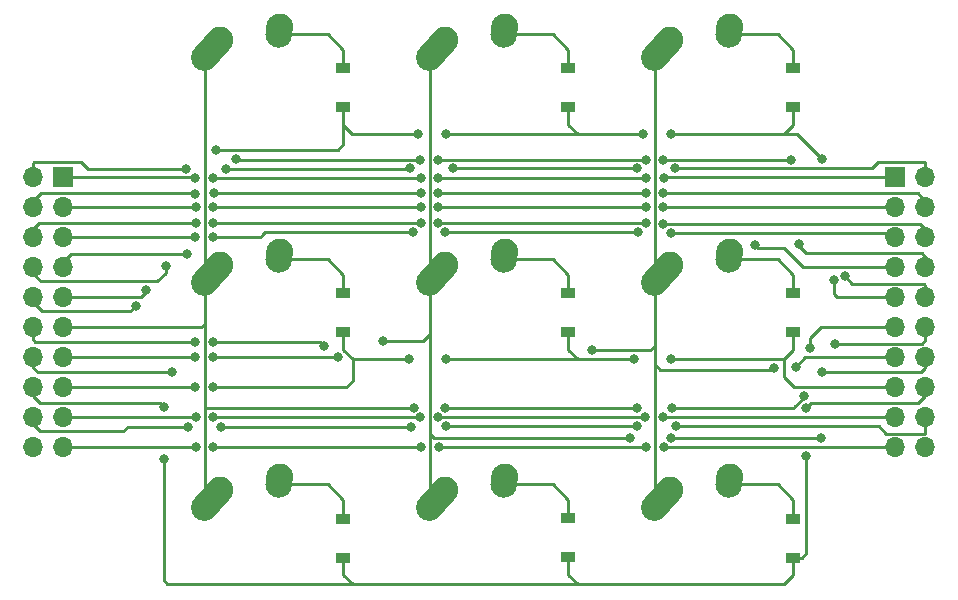
<source format=gtl>
%TF.GenerationSoftware,KiCad,Pcbnew,(6.0.9)*%
%TF.CreationDate,2023-03-10T16:46:27-06:00*%
%TF.ProjectId,Programmable Keys,50726f67-7261-46d6-9d61-626c65204b65,rev?*%
%TF.SameCoordinates,Original*%
%TF.FileFunction,Copper,L1,Top*%
%TF.FilePolarity,Positive*%
%FSLAX46Y46*%
G04 Gerber Fmt 4.6, Leading zero omitted, Abs format (unit mm)*
G04 Created by KiCad (PCBNEW (6.0.9)) date 2023-03-10 16:46:27*
%MOMM*%
%LPD*%
G01*
G04 APERTURE LIST*
G04 Aperture macros list*
%AMHorizOval*
0 Thick line with rounded ends*
0 $1 width*
0 $2 $3 position (X,Y) of the first rounded end (center of the circle)*
0 $4 $5 position (X,Y) of the second rounded end (center of the circle)*
0 Add line between two ends*
20,1,$1,$2,$3,$4,$5,0*
0 Add two circle primitives to create the rounded ends*
1,1,$1,$2,$3*
1,1,$1,$4,$5*%
G04 Aperture macros list end*
%TA.AperFunction,ComponentPad*%
%ADD10C,2.250000*%
%TD*%
%TA.AperFunction,ComponentPad*%
%ADD11HorizOval,2.250000X0.655001X0.730000X-0.655001X-0.730000X0*%
%TD*%
%TA.AperFunction,ComponentPad*%
%ADD12HorizOval,2.250000X0.020000X0.290000X-0.020000X-0.290000X0*%
%TD*%
%TA.AperFunction,SMDPad,CuDef*%
%ADD13R,1.200000X0.900000*%
%TD*%
%TA.AperFunction,ComponentPad*%
%ADD14R,1.700000X1.700000*%
%TD*%
%TA.AperFunction,ComponentPad*%
%ADD15O,1.700000X1.700000*%
%TD*%
%TA.AperFunction,ViaPad*%
%ADD16C,0.800000*%
%TD*%
%TA.AperFunction,Conductor*%
%ADD17C,0.250000*%
%TD*%
G04 APERTURE END LIST*
D10*
%TO.P,MX8,1,COL*%
%TO.N,COL9*%
X184031250Y-96012500D03*
D11*
X183376251Y-96742500D03*
D10*
%TO.P,MX8,2,ROW*%
%TO.N,Net-(D6-Pad2)*%
X189071250Y-94932500D03*
D12*
X189051250Y-95222500D03*
%TD*%
D13*
%TO.P,D3,1,K*%
%TO.N,ROW7*%
X175418750Y-101725000D03*
%TO.P,D3,2,A*%
%TO.N,Net-(D3-Pad2)*%
X175418750Y-98425000D03*
%TD*%
%TO.P,D9,1,K*%
%TO.N,ROW7*%
X213518750Y-101725000D03*
%TO.P,D9,2,A*%
%TO.N,Net-(D9-Pad2)*%
X213518750Y-98425000D03*
%TD*%
%TO.P,D1,1,K*%
%TO.N,ROW5*%
X175418750Y-63562500D03*
%TO.P,D1,2,A*%
%TO.N,Net-(D1-Pad2)*%
X175418750Y-60262500D03*
%TD*%
D14*
%TO.P,J2,1,Pin_1*%
%TO.N,+5V*%
X222156250Y-69537500D03*
D15*
%TO.P,J2,2,Pin_2*%
%TO.N,VCC*%
X224696250Y-69537500D03*
%TO.P,J2,3,Pin_3*%
%TO.N,COL0*%
X222156250Y-72077500D03*
%TO.P,J2,4,Pin_4*%
%TO.N,COL1*%
X224696250Y-72077500D03*
%TO.P,J2,5,Pin_5*%
%TO.N,COL2*%
X222156250Y-74617500D03*
%TO.P,J2,6,Pin_6*%
%TO.N,COL3*%
X224696250Y-74617500D03*
%TO.P,J2,7,Pin_7*%
%TO.N,COL4*%
X222156250Y-77157500D03*
%TO.P,J2,8,Pin_8*%
%TO.N,COL5*%
X224696250Y-77157500D03*
%TO.P,J2,9,Pin_9*%
%TO.N,COL6*%
X222156250Y-79697500D03*
%TO.P,J2,10,Pin_10*%
%TO.N,COL7*%
X224696250Y-79697500D03*
%TO.P,J2,11,Pin_11*%
%TO.N,COL8*%
X222156250Y-82237500D03*
%TO.P,J2,12,Pin_12*%
%TO.N,COL9*%
X224696250Y-82237500D03*
%TO.P,J2,13,Pin_13*%
%TO.N,COL10*%
X222156250Y-84777500D03*
%TO.P,J2,14,Pin_14*%
%TO.N,ROW5*%
X224696250Y-84777500D03*
%TO.P,J2,15,Pin_15*%
%TO.N,ROW6*%
X222156250Y-87317500D03*
%TO.P,J2,16,Pin_16*%
%TO.N,ROW7*%
X224696250Y-87317500D03*
%TO.P,J2,17,Pin_17*%
%TO.N,ROW8*%
X222156250Y-89857500D03*
%TO.P,J2,18,Pin_18*%
%TO.N,ROW9*%
X224696250Y-89857500D03*
%TO.P,J2,19,Pin_19*%
%TO.N,GND*%
X222156250Y-92397500D03*
%TO.P,J2,20,Pin_20*%
%TO.N,unconnected-(J2-Pad20)*%
X224696250Y-92397500D03*
%TD*%
D10*
%TO.P,MX1,1,COL*%
%TO.N,COL8*%
X164981250Y-57912500D03*
D11*
X164326251Y-58642500D03*
D10*
%TO.P,MX1,2,ROW*%
%TO.N,Net-(D1-Pad2)*%
X170021250Y-56832500D03*
D12*
X170001250Y-57122500D03*
%TD*%
D13*
%TO.P,D4,1,K*%
%TO.N,ROW5*%
X194468750Y-63562500D03*
%TO.P,D4,2,A*%
%TO.N,Net-(D4-Pad2)*%
X194468750Y-60262500D03*
%TD*%
%TO.P,D5,1,K*%
%TO.N,ROW6*%
X194468750Y-82612500D03*
%TO.P,D5,2,A*%
%TO.N,Net-(D5-Pad2)*%
X194468750Y-79312500D03*
%TD*%
%TO.P,D6,1,K*%
%TO.N,ROW7*%
X194468750Y-101662500D03*
%TO.P,D6,2,A*%
%TO.N,Net-(D6-Pad2)*%
X194468750Y-98362500D03*
%TD*%
D10*
%TO.P,MX9,1,COL*%
%TO.N,COL10*%
X203081250Y-96012500D03*
D11*
X202426251Y-96742500D03*
D12*
%TO.P,MX9,2,ROW*%
%TO.N,Net-(D9-Pad2)*%
X208101250Y-95222500D03*
D10*
X208121250Y-94932500D03*
%TD*%
%TO.P,MX4,1,COL*%
%TO.N,COL8*%
X164981250Y-76962500D03*
D11*
X164326251Y-77692500D03*
D10*
%TO.P,MX4,2,ROW*%
%TO.N,Net-(D2-Pad2)*%
X170021250Y-75882500D03*
D12*
X170001250Y-76172500D03*
%TD*%
D11*
%TO.P,MX3,1,COL*%
%TO.N,COL10*%
X202426251Y-58642500D03*
D10*
X203081250Y-57912500D03*
%TO.P,MX3,2,ROW*%
%TO.N,Net-(D7-Pad2)*%
X208121250Y-56832500D03*
D12*
X208101250Y-57122500D03*
%TD*%
D13*
%TO.P,D8,1,K*%
%TO.N,ROW6*%
X213518750Y-82612500D03*
%TO.P,D8,2,A*%
%TO.N,Net-(D8-Pad2)*%
X213518750Y-79312500D03*
%TD*%
D14*
%TO.P,J1,1,Pin_1*%
%TO.N,+5V*%
X151675000Y-69512500D03*
D15*
%TO.P,J1,2,Pin_2*%
%TO.N,VCC*%
X149135000Y-69512500D03*
%TO.P,J1,3,Pin_3*%
%TO.N,COL0*%
X151675000Y-72052500D03*
%TO.P,J1,4,Pin_4*%
%TO.N,COL1*%
X149135000Y-72052500D03*
%TO.P,J1,5,Pin_5*%
%TO.N,COL2*%
X151675000Y-74592500D03*
%TO.P,J1,6,Pin_6*%
%TO.N,COL3*%
X149135000Y-74592500D03*
%TO.P,J1,7,Pin_7*%
%TO.N,COL4*%
X151675000Y-77132500D03*
%TO.P,J1,8,Pin_8*%
%TO.N,COL5*%
X149135000Y-77132500D03*
%TO.P,J1,9,Pin_9*%
%TO.N,COL6*%
X151675000Y-79672500D03*
%TO.P,J1,10,Pin_10*%
%TO.N,COL7*%
X149135000Y-79672500D03*
%TO.P,J1,11,Pin_11*%
%TO.N,COL8*%
X151675000Y-82212500D03*
%TO.P,J1,12,Pin_12*%
%TO.N,COL9*%
X149135000Y-82212500D03*
%TO.P,J1,13,Pin_13*%
%TO.N,COL10*%
X151675000Y-84752500D03*
%TO.P,J1,14,Pin_14*%
%TO.N,ROW5*%
X149135000Y-84752500D03*
%TO.P,J1,15,Pin_15*%
%TO.N,ROW6*%
X151675000Y-87292500D03*
%TO.P,J1,16,Pin_16*%
%TO.N,ROW7*%
X149135000Y-87292500D03*
%TO.P,J1,17,Pin_17*%
%TO.N,ROW8*%
X151675000Y-89832500D03*
%TO.P,J1,18,Pin_18*%
%TO.N,ROW9*%
X149135000Y-89832500D03*
%TO.P,J1,19,Pin_19*%
%TO.N,GND*%
X151675000Y-92372500D03*
%TO.P,J1,20,Pin_20*%
%TO.N,unconnected-(J1-Pad20)*%
X149135000Y-92372500D03*
%TD*%
D13*
%TO.P,D7,1,K*%
%TO.N,ROW5*%
X213518750Y-63562500D03*
%TO.P,D7,2,A*%
%TO.N,Net-(D7-Pad2)*%
X213518750Y-60262500D03*
%TD*%
D10*
%TO.P,MX7,1,COL*%
%TO.N,COL8*%
X164981250Y-96012500D03*
D11*
X164326251Y-96742500D03*
D12*
%TO.P,MX7,2,ROW*%
%TO.N,Net-(D3-Pad2)*%
X170001250Y-95222500D03*
D10*
X170021250Y-94932500D03*
%TD*%
D11*
%TO.P,MX2,1,COL*%
%TO.N,COL9*%
X183376251Y-58642500D03*
D10*
X184031250Y-57912500D03*
D12*
%TO.P,MX2,2,ROW*%
%TO.N,Net-(D4-Pad2)*%
X189051250Y-57122500D03*
D10*
X189071250Y-56832500D03*
%TD*%
%TO.P,MX6,1,COL*%
%TO.N,COL10*%
X203081250Y-76962500D03*
D11*
X202426251Y-77692500D03*
D10*
%TO.P,MX6,2,ROW*%
%TO.N,Net-(D8-Pad2)*%
X208121250Y-75882500D03*
D12*
X208101250Y-76172500D03*
%TD*%
D10*
%TO.P,MX5,1,COL*%
%TO.N,COL9*%
X184031250Y-76962500D03*
D11*
X183376251Y-77692500D03*
D10*
%TO.P,MX5,2,ROW*%
%TO.N,Net-(D5-Pad2)*%
X189071250Y-75882500D03*
D12*
X189051250Y-76172500D03*
%TD*%
D13*
%TO.P,D2,1,K*%
%TO.N,ROW6*%
X175418750Y-82612500D03*
%TO.P,D2,2,A*%
%TO.N,Net-(D2-Pad2)*%
X175418750Y-79312500D03*
%TD*%
D16*
%TO.N,ROW5*%
X164600000Y-67220500D03*
X181768750Y-65881250D03*
X200818750Y-65881250D03*
X160900000Y-86050000D03*
X203200000Y-65881250D03*
X215950000Y-86050000D03*
X184150000Y-65881250D03*
X215950000Y-68000000D03*
%TO.N,ROW6*%
X200025000Y-84931250D03*
X180975000Y-84931250D03*
X164395750Y-87300000D03*
X184150000Y-84931250D03*
X203200000Y-84931250D03*
X162850000Y-87300000D03*
%TO.N,ROW7*%
X214600000Y-93122000D03*
X160200000Y-88950000D03*
X160200000Y-93400000D03*
X214600000Y-89050000D03*
%TO.N,VCC*%
X165450000Y-68800000D03*
X200250000Y-68750000D03*
X181100000Y-68750000D03*
X184700000Y-68750000D03*
X203500000Y-68750000D03*
X162100000Y-68788000D03*
%TO.N,COL3*%
X181996750Y-73400000D03*
X202500000Y-73450000D03*
X183445750Y-73400000D03*
X164395750Y-73400000D03*
X201046750Y-73400000D03*
X162946750Y-73400000D03*
%TO.N,COL4*%
X210300000Y-75250000D03*
X162200000Y-76000000D03*
%TO.N,GND*%
X162946750Y-92350000D03*
X201046750Y-92400000D03*
X164395750Y-92400000D03*
X181996750Y-92400000D03*
X202550000Y-92400000D03*
X183500000Y-92400000D03*
%TO.N,COL5*%
X202495750Y-68025500D03*
X214000000Y-75200000D03*
X160375500Y-77050000D03*
X181950000Y-68025500D03*
X201046750Y-68025500D03*
X166300000Y-68000000D03*
X213350000Y-68025500D03*
X183450000Y-68025500D03*
%TO.N,COL6*%
X158750000Y-79074500D03*
X216950000Y-78250000D03*
%TO.N,COL0*%
X181996750Y-72050000D03*
X201046750Y-72050000D03*
X202500000Y-72050000D03*
X162946750Y-72050000D03*
X183445750Y-72050000D03*
X164395750Y-72050000D03*
%TO.N,COL1*%
X202495750Y-70850000D03*
X162900000Y-70900000D03*
X164450000Y-70850000D03*
X201046750Y-70850000D03*
X183445750Y-70850000D03*
X181996750Y-70850000D03*
%TO.N,COL2*%
X162850000Y-74600000D03*
X164395750Y-74550000D03*
X184050000Y-74200000D03*
X181300000Y-74200000D03*
X164395750Y-74550000D03*
X203154605Y-74205313D03*
X200400000Y-74200000D03*
%TO.N,COL7*%
X157850000Y-80397000D03*
X217881541Y-77887734D03*
%TO.N,COL8*%
X214400000Y-88042000D03*
X214950000Y-84000000D03*
X200300000Y-89050000D03*
X203250000Y-89050000D03*
X181382284Y-89027380D03*
X184041070Y-89043996D03*
%TO.N,COL9*%
X162850000Y-83450000D03*
X173800000Y-83800000D03*
X217050000Y-83650000D03*
X203141070Y-91593996D03*
X164395750Y-83450000D03*
X178800000Y-83350000D03*
X199700000Y-91600000D03*
X215900000Y-91600000D03*
%TO.N,COL10*%
X213750000Y-85550000D03*
X162900000Y-84750000D03*
X164395750Y-84750000D03*
X174950000Y-84750000D03*
X196450000Y-84150000D03*
X211850000Y-85655750D03*
%TO.N,ROW8*%
X202495750Y-89850000D03*
X164400000Y-89850000D03*
X183450000Y-89850000D03*
X181950000Y-89850000D03*
X201000000Y-89850000D03*
X162946750Y-89850000D03*
%TO.N,ROW9*%
X203550000Y-90600000D03*
X165050000Y-90650000D03*
X200250000Y-90600000D03*
X181150000Y-90650000D03*
X184104605Y-90605313D03*
X162300000Y-90650000D03*
%TO.N,+5V*%
X162850000Y-69550000D03*
X201046750Y-69550000D03*
X164395750Y-69550000D03*
X183445750Y-69550000D03*
X181996750Y-69550000D03*
X202550000Y-69550000D03*
%TD*%
D17*
%TO.N,ROW5*%
X195262500Y-65881250D02*
X184150000Y-65881250D01*
X215950000Y-68000000D02*
X213831250Y-65881250D01*
X213831250Y-65881250D02*
X212725000Y-65881250D01*
X176196625Y-65865375D02*
X175418750Y-65087500D01*
X194468750Y-65087500D02*
X194468750Y-63562500D01*
X164600000Y-67220500D02*
X174929500Y-67220500D01*
X215950000Y-86050000D02*
X224306250Y-86050000D01*
X213518750Y-65087500D02*
X213217125Y-65389125D01*
X175418750Y-66731250D02*
X175418750Y-64981250D01*
X175418750Y-64981250D02*
X175418750Y-63562500D01*
X224306250Y-86050000D02*
X224696250Y-85660000D01*
X200818750Y-65881250D02*
X195262500Y-65881250D01*
X213518750Y-63562500D02*
X213518750Y-65087500D01*
X160900000Y-86050000D02*
X149550000Y-86050000D01*
X195262500Y-65881250D02*
X194468750Y-65087500D01*
X175418750Y-65087500D02*
X175418750Y-64981250D01*
X224696250Y-85660000D02*
X224696250Y-84777500D01*
X212725000Y-65881250D02*
X203200000Y-65881250D01*
X149550000Y-86050000D02*
X149135000Y-85635000D01*
X181768750Y-65881250D02*
X176212500Y-65881250D01*
X176212500Y-65881250D02*
X176196625Y-65865375D01*
X213217125Y-65389125D02*
X212725000Y-65881250D01*
X149135000Y-85635000D02*
X149135000Y-84752500D01*
X174929500Y-67220500D02*
X175418750Y-66731250D01*
%TO.N,Net-(D1-Pad2)*%
X174093750Y-57412500D02*
X169981250Y-57412500D01*
X175418750Y-58737500D02*
X174093750Y-57412500D01*
X175418750Y-60262500D02*
X175418750Y-58737500D01*
%TO.N,ROW6*%
X195262500Y-84931250D02*
X184150000Y-84931250D01*
X200025000Y-84931250D02*
X195262500Y-84931250D01*
X194468750Y-84137500D02*
X194468750Y-82612500D01*
X175650000Y-87300000D02*
X176212500Y-86737500D01*
X180975000Y-84931250D02*
X177387250Y-84931250D01*
X162842500Y-87292500D02*
X151675000Y-87292500D01*
X212725000Y-86475000D02*
X212725000Y-84931250D01*
X162850000Y-87300000D02*
X162842500Y-87292500D01*
X176212500Y-84931250D02*
X175418750Y-84137500D01*
X213567500Y-87317500D02*
X212725000Y-86475000D01*
X212725000Y-84931250D02*
X203200000Y-84931250D01*
X213518750Y-84137500D02*
X213090125Y-84566125D01*
X164395750Y-87300000D02*
X175650000Y-87300000D01*
X220657500Y-87317500D02*
X213567500Y-87317500D01*
X175418750Y-84137500D02*
X175418750Y-82612500D01*
X213090125Y-84566125D02*
X212725000Y-84931250D01*
X176212500Y-86737500D02*
X176212500Y-84931250D01*
X220657500Y-87317500D02*
X222156250Y-87317500D01*
X213518750Y-82612500D02*
X213518750Y-84137500D01*
X195262500Y-84931250D02*
X194468750Y-84137500D01*
X177387250Y-84931250D02*
X176212500Y-84931250D01*
%TO.N,Net-(D2-Pad2)*%
X174093750Y-76462500D02*
X169981250Y-76462500D01*
X175418750Y-77787500D02*
X174093750Y-76462500D01*
X175418750Y-79312500D02*
X175418750Y-77787500D01*
%TO.N,ROW7*%
X159900000Y-88650000D02*
X149768750Y-88650000D01*
X215000000Y-88650000D02*
X224087500Y-88650000D01*
X214600000Y-89050000D02*
X215000000Y-88650000D01*
X214225000Y-101725000D02*
X214600000Y-101350000D01*
X195262500Y-103981250D02*
X176212500Y-103981250D01*
X176212500Y-103981250D02*
X175418750Y-103187500D01*
X160531250Y-103981250D02*
X176212500Y-103981250D01*
X214600000Y-93122000D02*
X214600000Y-101350000D01*
X175418750Y-103187500D02*
X175418750Y-101725000D01*
X160200000Y-88950000D02*
X159900000Y-88650000D01*
X224696250Y-88041250D02*
X224696250Y-87317500D01*
X194468750Y-103187500D02*
X194468750Y-101662500D01*
X195262500Y-103981250D02*
X194468750Y-103187500D01*
X213518750Y-101725000D02*
X213518750Y-103187500D01*
X213518750Y-101725000D02*
X214225000Y-101725000D01*
X212725000Y-103981250D02*
X211931250Y-103981250D01*
X211931250Y-103981250D02*
X195262500Y-103981250D01*
X149768750Y-88650000D02*
X149135000Y-88016250D01*
X160200000Y-93400000D02*
X160200000Y-103650000D01*
X213518750Y-103187500D02*
X212725000Y-103981250D01*
X149135000Y-88016250D02*
X149135000Y-87292500D01*
X224087500Y-88650000D02*
X224696250Y-88041250D01*
X160200000Y-103650000D02*
X160531250Y-103981250D01*
%TO.N,Net-(D3-Pad2)*%
X175418750Y-98425000D02*
X175418750Y-96837500D01*
X175418750Y-96837500D02*
X174093750Y-95512500D01*
X174093750Y-95512500D02*
X169981250Y-95512500D01*
%TO.N,Net-(D4-Pad2)*%
X194468750Y-58737500D02*
X193143750Y-57412500D01*
X194468750Y-60262500D02*
X194468750Y-58737500D01*
X193143750Y-57412500D02*
X189031250Y-57412500D01*
%TO.N,Net-(D5-Pad2)*%
X194468750Y-77787500D02*
X193143750Y-76462500D01*
X193143750Y-76462500D02*
X189031250Y-76462500D01*
X194468750Y-79312500D02*
X194468750Y-77787500D01*
%TO.N,Net-(D6-Pad2)*%
X193143750Y-95512500D02*
X189031250Y-95512500D01*
X194468750Y-98362500D02*
X194468750Y-96837500D01*
X194468750Y-96837500D02*
X193143750Y-95512500D01*
%TO.N,Net-(D7-Pad2)*%
X212193750Y-57412500D02*
X208081250Y-57412500D01*
X213518750Y-58737500D02*
X212193750Y-57412500D01*
X213518750Y-60262500D02*
X213518750Y-58737500D01*
%TO.N,Net-(D8-Pad2)*%
X213518750Y-77787500D02*
X212193750Y-76462500D01*
X212193750Y-76462500D02*
X208081250Y-76462500D01*
X213518750Y-79312500D02*
X213518750Y-77787500D01*
%TO.N,Net-(D9-Pad2)*%
X213518750Y-98425000D02*
X213518750Y-96837500D01*
X212193750Y-95512500D02*
X208081250Y-95512500D01*
X213518750Y-96837500D02*
X212193750Y-95512500D01*
%TO.N,VCC*%
X203500000Y-68750000D02*
X220175000Y-68750000D01*
X181050000Y-68800000D02*
X181100000Y-68750000D01*
X224696250Y-69537500D02*
X224696250Y-68327500D01*
X153781250Y-68850000D02*
X153193750Y-68262500D01*
X224696250Y-68327500D02*
X224631250Y-68262500D01*
X165450000Y-68800000D02*
X181050000Y-68800000D01*
X220662500Y-68262500D02*
X220175000Y-68750000D01*
X184700000Y-68750000D02*
X200250000Y-68750000D01*
X162100000Y-68788000D02*
X162038000Y-68850000D01*
X153193750Y-68262500D02*
X149225000Y-68262500D01*
X149135000Y-68352500D02*
X149135000Y-69512500D01*
X224631250Y-68262500D02*
X220662500Y-68262500D01*
X149225000Y-68262500D02*
X149135000Y-68352500D01*
X162038000Y-68850000D02*
X153781250Y-68850000D01*
%TO.N,COL3*%
X181996750Y-73400000D02*
X164395750Y-73400000D01*
X201046750Y-73400000D02*
X183445750Y-73400000D01*
X202500000Y-73450000D02*
X202507500Y-73442500D01*
X202507500Y-73442500D02*
X224255000Y-73442500D01*
X149643750Y-73400000D02*
X149135000Y-73908750D01*
X149135000Y-73908750D02*
X149135000Y-74592500D01*
X162946750Y-73400000D02*
X149643750Y-73400000D01*
X224696250Y-73883750D02*
X224696250Y-74617500D01*
X224255000Y-73442500D02*
X224696250Y-73883750D01*
%TO.N,COL4*%
X210550000Y-75500000D02*
X212700000Y-75500000D01*
X151675000Y-77132500D02*
X151675000Y-76725000D01*
X212700000Y-75500000D02*
X214357500Y-77157500D01*
X151675000Y-76725000D02*
X152400000Y-76000000D01*
X214357500Y-77157500D02*
X222156250Y-77157500D01*
X210300000Y-75250000D02*
X210550000Y-75500000D01*
X162200000Y-76000000D02*
X152400000Y-76000000D01*
%TO.N,GND*%
X162946750Y-92350000D02*
X162924250Y-92372500D01*
X183500000Y-92400000D02*
X201046750Y-92400000D01*
X202550000Y-92400000D02*
X202552500Y-92397500D01*
X164395750Y-92400000D02*
X181996750Y-92400000D01*
X202552500Y-92397500D02*
X222156250Y-92397500D01*
X162924250Y-92372500D02*
X151675000Y-92372500D01*
%TO.N,COL5*%
X160375500Y-77624500D02*
X159650000Y-78350000D01*
X149787500Y-78350000D02*
X149135000Y-77697500D01*
X213350000Y-68025500D02*
X202495750Y-68025500D01*
X159650000Y-78350000D02*
X149787500Y-78350000D01*
X181950000Y-68025500D02*
X166325500Y-68025500D01*
X214000000Y-75350000D02*
X214600000Y-75950000D01*
X160375500Y-77050000D02*
X160375500Y-77624500D01*
X201046750Y-68025500D02*
X183450000Y-68025500D01*
X224696250Y-76265000D02*
X224696250Y-77157500D01*
X149135000Y-77697500D02*
X149135000Y-77132500D01*
X214000000Y-75200000D02*
X214000000Y-75350000D01*
X224381250Y-75950000D02*
X224696250Y-76265000D01*
X166325500Y-68025500D02*
X166300000Y-68000000D01*
X214600000Y-75950000D02*
X224381250Y-75950000D01*
%TO.N,COL6*%
X216950000Y-79400000D02*
X217247500Y-79697500D01*
X216950000Y-78250000D02*
X216950000Y-79400000D01*
X217247500Y-79697500D02*
X222156250Y-79697500D01*
X158750000Y-79200000D02*
X158277500Y-79672500D01*
X158750000Y-79074500D02*
X158750000Y-79200000D01*
X158277500Y-79672500D02*
X151675000Y-79672500D01*
%TO.N,COL0*%
X181996750Y-72050000D02*
X164395750Y-72050000D01*
X155047500Y-72052500D02*
X151675000Y-72052500D01*
X162946750Y-72050000D02*
X155050000Y-72050000D01*
X222156250Y-72077500D02*
X202527500Y-72077500D01*
X202527500Y-72077500D02*
X202500000Y-72050000D01*
X155050000Y-72050000D02*
X155047500Y-72052500D01*
X201046750Y-72050000D02*
X183445750Y-72050000D01*
%TO.N,COL1*%
X149785000Y-70877500D02*
X149135000Y-71527500D01*
X164450000Y-70850000D02*
X181996750Y-70850000D01*
X224043750Y-70850000D02*
X224696250Y-71502500D01*
X162877500Y-70877500D02*
X149785000Y-70877500D01*
X183445750Y-70850000D02*
X201046750Y-70850000D01*
X202495750Y-70850000D02*
X224043750Y-70850000D01*
X149135000Y-71527500D02*
X149135000Y-72052500D01*
X224696250Y-71502500D02*
X224696250Y-72077500D01*
X162900000Y-70900000D02*
X162877500Y-70877500D01*
%TO.N,COL2*%
X164395750Y-74550000D02*
X168450000Y-74550000D01*
X155107500Y-74592500D02*
X162842500Y-74592500D01*
X221788750Y-74250000D02*
X222156250Y-74617500D01*
X155100000Y-74600000D02*
X155092500Y-74592500D01*
X168800000Y-74200000D02*
X172450000Y-74200000D01*
X155092500Y-74592500D02*
X151675000Y-74592500D01*
X168450000Y-74550000D02*
X168550000Y-74450000D01*
X172450000Y-74200000D02*
X181300000Y-74200000D01*
X203154605Y-74205313D02*
X203199292Y-74250000D01*
X162842500Y-74592500D02*
X162850000Y-74600000D01*
X155100000Y-74600000D02*
X155107500Y-74592500D01*
X168550000Y-74450000D02*
X168800000Y-74200000D01*
X184050000Y-74200000D02*
X200400000Y-74200000D01*
X203199292Y-74250000D02*
X221788750Y-74250000D01*
%TO.N,COL7*%
X157397000Y-80850000D02*
X149906250Y-80850000D01*
X149135000Y-80078750D02*
X149135000Y-79672500D01*
X224696250Y-78646250D02*
X224696250Y-79697500D01*
X217881541Y-77926541D02*
X218477500Y-78522500D01*
X224572500Y-78522500D02*
X224696250Y-78646250D01*
X149906250Y-80850000D02*
X149135000Y-80078750D01*
X217881541Y-77887734D02*
X217881541Y-77926541D01*
X157850000Y-80397000D02*
X157397000Y-80850000D01*
X218477500Y-78522500D02*
X224572500Y-78522500D01*
%TO.N,COL8*%
X163373750Y-82212500D02*
X163671250Y-81915000D01*
X163671250Y-78422500D02*
X163671250Y-81915000D01*
X155912500Y-82212500D02*
X163373750Y-82212500D01*
X214950000Y-83150000D02*
X215862500Y-82237500D01*
X155887500Y-82212500D02*
X151675000Y-82212500D01*
X163671250Y-81915000D02*
X163671250Y-83343750D01*
X200293996Y-89043996D02*
X200300000Y-89050000D01*
X163671250Y-68421250D02*
X163671250Y-78422500D01*
X163671250Y-89021250D02*
X163671250Y-97472500D01*
X213550000Y-89050000D02*
X213600000Y-89000000D01*
X214400000Y-88200000D02*
X214400000Y-88042000D01*
X214950000Y-84000000D02*
X214950000Y-83150000D01*
X155900000Y-82200000D02*
X155912500Y-82212500D01*
X163671250Y-89021250D02*
X181376154Y-89021250D01*
X181376154Y-89021250D02*
X181382284Y-89027380D01*
X163671250Y-59372500D02*
X163671250Y-68421250D01*
X163671250Y-83343750D02*
X163671250Y-89021250D01*
X203250000Y-89050000D02*
X213550000Y-89050000D01*
X184041070Y-89043996D02*
X200293996Y-89043996D01*
X155900000Y-82200000D02*
X155887500Y-82212500D01*
X213600000Y-89000000D02*
X214400000Y-88200000D01*
X215862500Y-82237500D02*
X222156250Y-82237500D01*
%TO.N,COL9*%
X203147074Y-91600000D02*
X203141070Y-91593996D01*
X217050000Y-83650000D02*
X217050000Y-83600000D01*
X164395750Y-83450000D02*
X173450000Y-83450000D01*
X224696250Y-83278750D02*
X224696250Y-82237500D01*
X162850000Y-83450000D02*
X149331250Y-83450000D01*
X173450000Y-83450000D02*
X173800000Y-83800000D01*
X182721250Y-68294250D02*
X182721250Y-67214750D01*
X215900000Y-91600000D02*
X213750000Y-91600000D01*
X182721250Y-78422500D02*
X182721250Y-68294250D01*
X224375000Y-83600000D02*
X224696250Y-83278750D01*
X178800000Y-83350000D02*
X182142500Y-83350000D01*
X213750000Y-91600000D02*
X203147074Y-91600000D01*
X149135000Y-83253750D02*
X149135000Y-82212500D01*
X182721250Y-67214750D02*
X182721250Y-59372500D01*
X182721250Y-91228750D02*
X182721250Y-82771250D01*
X199700000Y-91600000D02*
X183092500Y-91600000D01*
X217050000Y-83600000D02*
X224375000Y-83600000D01*
X182721250Y-97472500D02*
X182721250Y-91228750D01*
X182721250Y-82771250D02*
X182721250Y-78422500D01*
X149331250Y-83450000D02*
X149135000Y-83253750D01*
X183092500Y-91600000D02*
X182721250Y-91228750D01*
X182142500Y-83350000D02*
X182721250Y-82771250D01*
%TO.N,COL10*%
X201392500Y-84150000D02*
X201771250Y-83771250D01*
X162897500Y-84752500D02*
X162900000Y-84750000D01*
X201834750Y-78486000D02*
X201771250Y-78422500D01*
X211655750Y-85850000D02*
X202250000Y-85850000D01*
X164395750Y-84750000D02*
X174950000Y-84750000D01*
X202250000Y-85850000D02*
X201771250Y-85371250D01*
X201771250Y-97472500D02*
X201771250Y-85371250D01*
X201771250Y-68992750D02*
X201771250Y-78422500D01*
X211850000Y-85655750D02*
X211655750Y-85850000D01*
X214522500Y-84777500D02*
X213750000Y-85550000D01*
X201771250Y-59372500D02*
X201771250Y-68992750D01*
X222156250Y-84777500D02*
X214522500Y-84777500D01*
X201771250Y-83771250D02*
X201771250Y-78422500D01*
X201771250Y-85371250D02*
X201771250Y-83771250D01*
X151675000Y-84752500D02*
X162897500Y-84752500D01*
X196450000Y-84150000D02*
X201392500Y-84150000D01*
%TO.N,ROW8*%
X164400000Y-89850000D02*
X181950000Y-89850000D01*
X202495750Y-89850000D02*
X202503250Y-89857500D01*
X183450000Y-89850000D02*
X201000000Y-89850000D01*
X162929250Y-89832500D02*
X151675000Y-89832500D01*
X162946750Y-89850000D02*
X162929250Y-89832500D01*
X202503250Y-89857500D02*
X222156250Y-89857500D01*
%TO.N,ROW9*%
X221397500Y-91222500D02*
X220775000Y-90600000D01*
X149745000Y-91007500D02*
X149135000Y-90397500D01*
X184109918Y-90600000D02*
X184104605Y-90605313D01*
X224631250Y-91222500D02*
X221397500Y-91222500D01*
X224696250Y-89857500D02*
X224696250Y-91157500D01*
X220662500Y-90600000D02*
X220775000Y-90600000D01*
X220662500Y-90600000D02*
X203550000Y-90600000D01*
X224696250Y-91157500D02*
X224631250Y-91222500D01*
X157162500Y-90650000D02*
X156805000Y-91007500D01*
X200250000Y-90600000D02*
X184109918Y-90600000D01*
X162300000Y-90650000D02*
X157162500Y-90650000D01*
X156805000Y-91007500D02*
X149745000Y-91007500D01*
X181150000Y-90650000D02*
X165050000Y-90650000D01*
X149135000Y-90397500D02*
X149135000Y-89832500D01*
%TO.N,+5V*%
X202550000Y-69550000D02*
X202562500Y-69537500D01*
X181996750Y-69550000D02*
X164395750Y-69550000D01*
X202562500Y-69537500D02*
X222156250Y-69537500D01*
X162812500Y-69512500D02*
X151675000Y-69512500D01*
X201046750Y-69550000D02*
X183445750Y-69550000D01*
X162850000Y-69550000D02*
X162812500Y-69512500D01*
%TD*%
M02*

</source>
